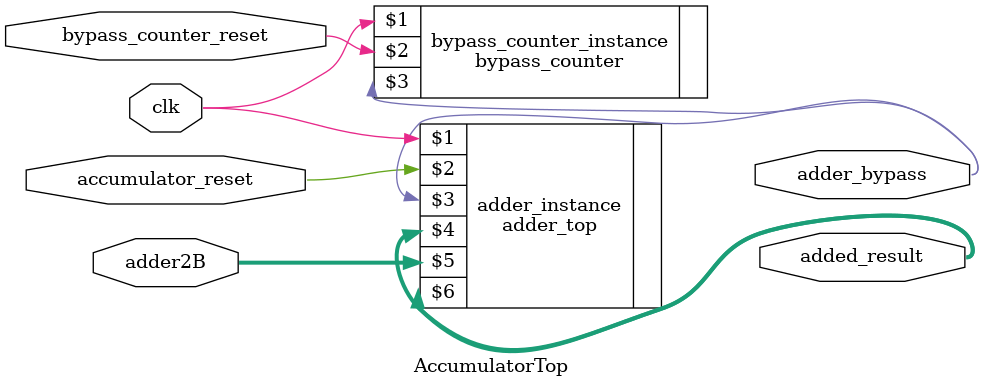
<source format=v>
`timescale 1ns / 1ps
module AccumulatorTop(clk,adder2B,accumulator_reset,added_result,adder_bypass,bypass_counter_reset );
input clk;
input [31:0] adder2B;
output [31:0]added_result;
output adder_bypass;
input accumulator_reset;
input bypass_counter_reset;
adder_top adder_instance( clk,accumulator_reset,adder_bypass,added_result,adder2B,added_result );
bypass_counter bypass_counter_instance(clk,bypass_counter_reset,adder_bypass);
endmodule

</source>
